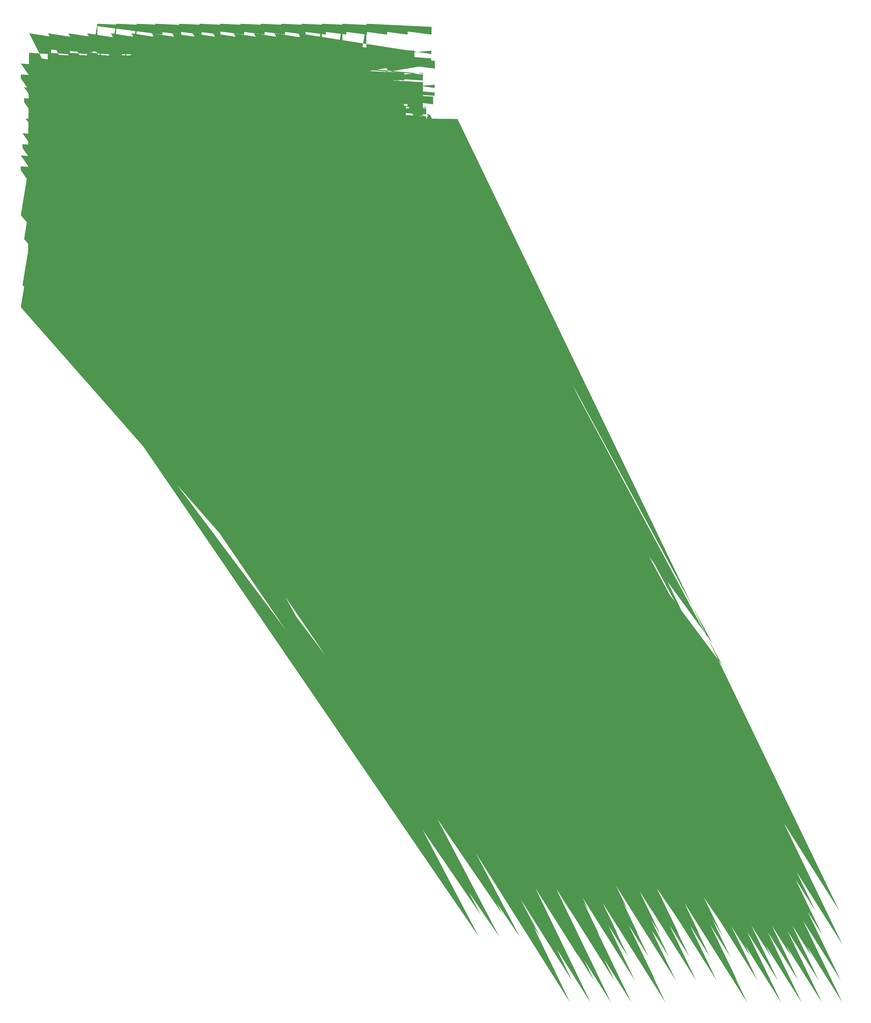
<source format=gbr>
G04 #@! TF.GenerationSoftware,KiCad,Pcbnew,6.0.4-6f826c9f35~116~ubuntu20.04.1*
G04 #@! TF.CreationDate,2022-04-24T22:14:45+02:00*
G04 #@! TF.ProjectId,keyboard,6b657962-6f61-4726-942e-6b696361645f,rev?*
G04 #@! TF.SameCoordinates,Original*
G04 #@! TF.FileFunction,Paste,Top*
G04 #@! TF.FilePolarity,Positive*
%FSLAX46Y46*%
G04 Gerber Fmt 4.6, Leading zero omitted, Abs format (unit mm)*
G04 Created by KiCad (PCBNEW 6.0.4-6f826c9f35~116~ubuntu20.04.1) date 2022-04-24 22:14:45*
%MOMM*%
%LPD*%
G01*
G04 APERTURE LIST*
G04 Aperture macros list*
%AMFreePoly0*
4,1,103,0.422812,1.999002,0.439619,1.993171,0.440305,1.991756,0.441755,1.991155,0.448553,1.974744,0.456314,1.958736,0.455799,1.957251,0.456400,1.955800,0.456400,-0.935780,2.413800,-2.023224,2.413800,1.422400,2.417334,1.430931,2.417061,1.440161,2.424368,1.447914,2.428445,1.457755,2.436975,1.461288,2.443309,1.468008,2.453957,1.468323,2.463800,1.472400,2.472331,1.468866,
2.481561,1.469139,3.751561,0.986539,3.759314,0.979232,3.769155,0.975155,3.772688,0.966625,3.779408,0.960291,3.779723,0.949643,3.783800,0.939800,3.783800,-2.260600,3.782370,-2.264052,3.783297,-2.267671,3.775221,-2.281311,3.769155,-2.295955,3.765704,-2.297385,3.763800,-2.300600,3.560600,-2.453000,3.554370,-2.454596,3.549831,-2.459154,3.245031,-2.586154,3.241949,-2.586160,
3.239536,-2.588076,2.883936,-2.689676,2.881796,-2.689430,2.880006,-2.690629,2.499006,-2.766829,2.493956,-2.765830,2.489200,-2.767800,2.032000,-2.767800,2.028200,-2.766226,2.024202,-2.767188,1.541602,-2.690988,1.537909,-2.688727,1.533589,-2.689034,1.076389,-2.536634,1.071884,-2.532727,1.065995,-2.531783,0.735795,-2.328583,0.733473,-2.325375,0.729703,-2.324169,0.399503,-2.044769,
0.398489,-2.042802,0.396444,-2.041955,0.117045,-1.762555,0.115214,-1.758134,0.111198,-1.755527,-0.168202,-1.349126,-0.169400,-1.343493,-0.173424,-1.339370,-0.325824,-0.958370,-0.325797,-0.956186,-0.327189,-0.954504,-0.428789,-0.624304,-0.428380,-0.619972,-0.430561,-0.616208,-0.481361,-0.235208,-0.480462,-0.231830,-0.481800,-0.228600,-0.481800,0.203200,-0.480370,0.206652,-0.481297,0.210271,
-0.430498,0.565871,-0.428402,0.569410,-0.428789,0.573504,-0.327189,0.903704,-0.324938,0.906424,-0.324798,0.909953,-0.172398,1.240153,-0.171085,1.241365,-0.170895,1.243143,-0.018495,1.522543,-0.015193,1.525207,-0.014068,1.529297,0.163733,1.757897,0.165256,1.758763,0.165830,1.760418,0.369030,1.989019,0.370444,1.989705,0.371045,1.991155,0.387459,1.997954,0.403464,2.005714,
0.404949,2.005199,0.406400,2.005800,0.422812,1.999002,0.422812,1.999002,$1*%
%AMFreePoly1*
4,1,94,-2.235111,2.741264,-2.232081,2.742303,-1.825681,2.716903,-1.821113,2.714668,-1.816075,2.715354,-1.333475,2.588354,-1.329741,2.585515,-1.325056,2.585309,-0.944056,2.407509,-0.941067,2.404245,-0.936740,2.403310,-0.606540,2.174710,-0.605988,2.173853,-0.605000,2.173600,-0.300200,1.945000,-0.297615,1.940634,-0.293035,1.938448,-0.064435,1.684448,-0.062855,1.679982,-0.059017,1.677205,
0.144183,1.347005,0.144553,1.344694,0.146321,1.343161,0.324121,0.987561,0.324386,0.983834,0.326834,0.981011,0.453834,0.600012,0.453469,0.594877,0.456014,0.590402,0.506814,0.184001,0.505943,0.180834,0.507200,0.177800,0.507200,-0.203200,0.505543,-0.207200,0.506520,-0.211419,0.430320,-0.668620,0.428143,-0.672110,0.428434,-0.676211,0.276034,-1.133411,0.273146,-1.136741,
0.272718,-1.141129,0.069518,-1.522129,0.064272,-1.526442,0.061877,-1.532797,-0.319123,-1.939197,-0.319914,-1.939555,-0.320245,-1.940355,-0.337228,-1.947390,-0.353988,-1.954974,-0.354799,-1.954668,-0.355600,-1.955000,-0.372581,-1.947966,-0.389797,-1.941477,-0.390155,-1.940686,-0.390955,-1.940355,-0.397990,-1.923372,-0.405574,-1.906612,-0.405268,-1.905801,-0.405600,-1.905000,-0.405600,1.311106,
-2.413800,2.036962,-2.413800,-1.320800,-2.419036,-1.333440,-2.421184,-1.346951,-2.426114,-1.350528,-2.428445,-1.356155,-2.441085,-1.361391,-2.452158,-1.369425,-2.458172,-1.368469,-2.463800,-1.370800,-2.476440,-1.365564,-2.489951,-1.363416,-3.607551,-0.677616,-3.611128,-0.672686,-3.616755,-0.670355,-3.621990,-0.657716,-3.630025,-0.646643,-3.629069,-0.640628,-3.631400,-0.635000,-3.631400,2.362200,
-3.627829,2.370821,-3.628067,2.380149,-3.620795,2.387803,-3.616755,2.397555,-3.608136,2.401125,-3.601707,2.407891,-3.144507,2.611091,-3.139306,2.611224,-3.135047,2.614209,-2.677846,2.715809,-2.673713,2.715082,-2.669936,2.716914,-2.238137,2.742314,-2.235111,2.741264,-2.235111,2.741264,$1*%
G04 Aperture macros list end*
%ADD10FreePoly0,0.000000*%
%ADD11FreePoly1,0.000000*%
G04 APERTURE END LIST*
D10*
X21446000Y-24214600D03*
D11*
X25992600Y-24214600D03*
D10*
X26446000Y-51214600D03*
D11*
X30992600Y-51214600D03*
D10*
X22446000Y-65214600D03*
D11*
X26992600Y-65214600D03*
D10*
X21446000Y-78214600D03*
D11*
X25992600Y-78214600D03*
D10*
X32446000Y-24214600D03*
D11*
X36992600Y-24214600D03*
D10*
X38446000Y-38214600D03*
D11*
X42992600Y-38214600D03*
D10*
X43446000Y-51214600D03*
D11*
X47992600Y-51214600D03*
D10*
X35446000Y-65214600D03*
D11*
X39992600Y-65214600D03*
D10*
X33446000Y-78214600D03*
D11*
X37992600Y-78214600D03*
D10*
X49446000Y-38214600D03*
D11*
X53992600Y-38214600D03*
D10*
X55446000Y-51214600D03*
D11*
X59992600Y-51214600D03*
D10*
X47446000Y-65214600D03*
D11*
X51992600Y-65214600D03*
D10*
X45446000Y-78214600D03*
D11*
X49992600Y-78214600D03*
D10*
X61446000Y-38214600D03*
D11*
X65992600Y-38214600D03*
D10*
X67446000Y-51214600D03*
D11*
X71992600Y-51214600D03*
D10*
X59446000Y-65214600D03*
D11*
X63992600Y-65214600D03*
D10*
X57446000Y-78214600D03*
D11*
X61992600Y-78214600D03*
D10*
X69446000Y-24214600D03*
D11*
X73992600Y-24214600D03*
D10*
X74446000Y-38214600D03*
D11*
X78992600Y-38214600D03*
D10*
X79446000Y-51214600D03*
D11*
X83992600Y-51214600D03*
D10*
X71446000Y-65214600D03*
D11*
X75992600Y-65214600D03*
D10*
X77446000Y-78214600D03*
D11*
X81992600Y-78214600D03*
D10*
X81446000Y-24214600D03*
D11*
X85992600Y-24214600D03*
D10*
X85446000Y-38214600D03*
D11*
X89992600Y-38214600D03*
D10*
X91446000Y-51214600D03*
D11*
X95992600Y-51214600D03*
D10*
X83446000Y-65214600D03*
D11*
X87992600Y-65214600D03*
D10*
X145446000Y-78214600D03*
D11*
X149992600Y-78214600D03*
D10*
X97446000Y-38214600D03*
D11*
X101992600Y-38214600D03*
D10*
X103446000Y-51214600D03*
D11*
X107992600Y-51214600D03*
D10*
X95446000Y-65214600D03*
D11*
X99992600Y-65214600D03*
D10*
X157446000Y-78214600D03*
D11*
X161992600Y-78214600D03*
D10*
X105446000Y-24214600D03*
D11*
X109992600Y-24214600D03*
D10*
X110446000Y-38214600D03*
D11*
X114992600Y-38214600D03*
D10*
X115446000Y-51214600D03*
D11*
X119992600Y-51214600D03*
D10*
X107446000Y-65214600D03*
D11*
X111992600Y-65214600D03*
D10*
X169446000Y-78214600D03*
D11*
X173992600Y-78214600D03*
D10*
X117446000Y-24214600D03*
D11*
X121992600Y-24214600D03*
D10*
X121446000Y-38214600D03*
D11*
X125992600Y-38214600D03*
D10*
X127446000Y-51214600D03*
D11*
X131992600Y-51214600D03*
D10*
X119446000Y-65214600D03*
D11*
X123992600Y-65214600D03*
D10*
X181446000Y-78214600D03*
D11*
X185992600Y-78214600D03*
D10*
X129446000Y-24214600D03*
D11*
X133992600Y-24214600D03*
D10*
X133446000Y-38214600D03*
D11*
X137992600Y-38214600D03*
D10*
X139446000Y-51214600D03*
D11*
X143992600Y-51214600D03*
D10*
X131446000Y-65214600D03*
D11*
X135992600Y-65214600D03*
D10*
X151446000Y-51214600D03*
D11*
X155992600Y-51214600D03*
D10*
X143446000Y-65214600D03*
D11*
X147992600Y-65214600D03*
D10*
X153446000Y-24214600D03*
D11*
X157992600Y-24214600D03*
D10*
X157446000Y-38214600D03*
D11*
X161992600Y-38214600D03*
D10*
X163446000Y-51214600D03*
D11*
X167992600Y-51214600D03*
D10*
X155446000Y-65214600D03*
D11*
X159992600Y-65214600D03*
D10*
X165446000Y-24214600D03*
D11*
X169992600Y-24214600D03*
D10*
X169446000Y-38214600D03*
D11*
X173992600Y-38214600D03*
D10*
X167446000Y-65214600D03*
D11*
X171992600Y-65214600D03*
D10*
X179446000Y-24214600D03*
D11*
X183992600Y-24214600D03*
D10*
X181446000Y-44214600D03*
D11*
X185992600Y-44214600D03*
D10*
X180446000Y-65214600D03*
D11*
X184992600Y-65214600D03*
D10*
X141446000Y-24214600D03*
D11*
X145992600Y-24214600D03*
D10*
X23446000Y-38214600D03*
D11*
X27992600Y-38214600D03*
D10*
X44446000Y-24214600D03*
D11*
X48992600Y-24214600D03*
D10*
X55446000Y-24214600D03*
D11*
X59992600Y-24214600D03*
D10*
X93446000Y-24214600D03*
D11*
X97992600Y-24214600D03*
D10*
X125446000Y-78214600D03*
D11*
X129992600Y-78214600D03*
D10*
X145446000Y-38214600D03*
D11*
X149992600Y-38214600D03*
M02*

</source>
